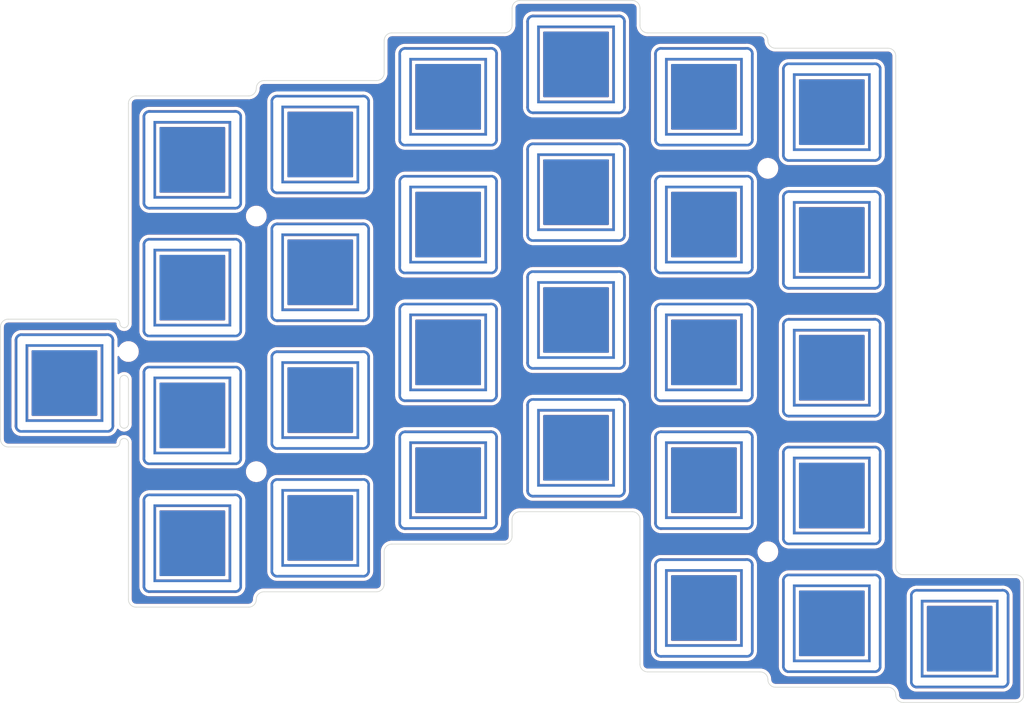
<source format=kicad_pcb>
(kicad_pcb (version 20210424) (generator pcbnew)
  (layers (0 "F.Cu" signal) (31 "B.Cu" signal) (34 "B.Paste" user) (35 "F.Paste" user) (36 "B.SilkS" user "B.Silkscreen") (37 "F.SilkS" user "F.Silkscreen") (38 "B.Mask" user) (39 "F.Mask" user) (44 "Edge.Cuts" user))
  (net 0 "")
  (footprint "jiran-ble-lite:Hole_Mount_M2" (layer "F.Cu") (at 184.277 73.66)
    (fp_text reference "H2" hide)
    (fp_text value "Hole_Mount_M2" hide)
    (pad "" np_thru_hole circle (at 0 0) (size 2.1 2.1) (drill 2.1) (layers *.Cu *.Mask))
  )
  (footprint "jiran-ble-lite:Mx_Cutout_1u" (layer "F.Cu") (at 193.802 122.428)
    (fp_text reference "REF**")
    (fp_text value "mx_cutout_1u")
    (pad "" thru_hole oval (at -6.4 0 270) (size 14.8 2) (drill oval 14 1.2) (layers *.Cu *.Mask))
    (pad "" thru_hole oval (at 6.4 -0.01 270) (size 14.8 2) (drill oval 14 1.2) (layers *.Cu *.Mask))
    (pad "" thru_hole oval (at 0 6.4) (size 14.8 2) (drill oval 14 1.2) (layers *.Cu *.Mask))
    (pad "" thru_hole oval (at 0 -6.4) (size 14.8 2) (drill oval 14 1.2) (layers *.Cu *.Mask))
  )
  (footprint "jiran-ble-lite:Mx_Cutout_1u" (layer "F.Cu") (at 117.602 108.204)
    (fp_text reference "REF**")
    (fp_text value "mx_cutout_1u")
    (pad "" thru_hole oval (at 0 -6.4) (size 14.8 2) (drill oval 14 1.2) (layers *.Cu *.Mask))
    (pad "" thru_hole oval (at 0 6.4) (size 14.8 2) (drill oval 14 1.2) (layers *.Cu *.Mask))
    (pad "" thru_hole oval (at 6.4 -0.01 270) (size 14.8 2) (drill oval 14 1.2) (layers *.Cu *.Mask))
    (pad "" thru_hole oval (at -6.4 0 270) (size 14.8 2) (drill oval 14 1.2) (layers *.Cu *.Mask))
  )
  (footprint "jiran-ble-lite:Mx_Cutout_1u" (layer "F.Cu") (at 136.652 120.142)
    (fp_text reference "REF**")
    (fp_text value "mx_cutout_1u")
    (pad "" thru_hole oval (at 0 -6.4) (size 14.8 2) (drill oval 14 1.2) (layers *.Cu *.Mask))
    (pad "" thru_hole oval (at 6.4 -0.01 270) (size 14.8 2) (drill oval 14 1.2) (layers *.Cu *.Mask))
    (pad "" thru_hole oval (at 0 6.4) (size 14.8 2) (drill oval 14 1.2) (layers *.Cu *.Mask))
    (pad "" thru_hole oval (at -6.4 0 270) (size 14.8 2) (drill oval 14 1.2) (layers *.Cu *.Mask))
  )
  (footprint "jiran-ble-lite:Hole_Mount_M4" (layer "F.Cu") (at 89.027 100.965)
    (fp_text reference "REF**" hide)
    (fp_text value "Hole_Mount_M4" hide)
  )
  (footprint "jiran-ble-lite:Mx_Cutout_1u" (layer "F.Cu") (at 174.752 120.142)
    (fp_text reference "REF**")
    (fp_text value "mx_cutout_1u")
    (pad "" thru_hole oval (at -6.4 0 270) (size 14.8 2) (drill oval 14 1.2) (layers *.Cu *.Mask))
    (pad "" thru_hole oval (at 6.4 -0.01 270) (size 14.8 2) (drill oval 14 1.2) (layers *.Cu *.Mask))
    (pad "" thru_hole oval (at 0 -6.4) (size 14.8 2) (drill oval 14 1.2) (layers *.Cu *.Mask))
    (pad "" thru_hole oval (at 0 6.4) (size 14.8 2) (drill oval 14 1.2) (layers *.Cu *.Mask))
  )
  (footprint "jiran-ble-lite:Mx_Cutout_1u" (layer "F.Cu") (at 174.752 62.992)
    (fp_text reference "REF**")
    (fp_text value "mx_cutout_1u")
    (pad "" thru_hole oval (at 6.4 -0.01 270) (size 14.8 2) (drill oval 14 1.2) (layers *.Cu *.Mask))
    (pad "" thru_hole oval (at -6.4 0 270) (size 14.8 2) (drill oval 14 1.2) (layers *.Cu *.Mask))
    (pad "" thru_hole oval (at 0 6.4) (size 14.8 2) (drill oval 14 1.2) (layers *.Cu *.Mask))
    (pad "" thru_hole oval (at 0 -6.4) (size 14.8 2) (drill oval 14 1.2) (layers *.Cu *.Mask))
  )
  (footprint "jiran-ble-lite:Mx_Cutout_1u" (layer "F.Cu") (at 155.702 58.166)
    (fp_text reference "REF**")
    (fp_text value "mx_cutout_1u")
    (pad "" thru_hole oval (at 0 -6.4) (size 14.8 2) (drill oval 14 1.2) (layers *.Cu *.Mask))
    (pad "" thru_hole oval (at 0 6.4) (size 14.8 2) (drill oval 14 1.2) (layers *.Cu *.Mask))
    (pad "" thru_hole oval (at 6.4 -0.01 270) (size 14.8 2) (drill oval 14 1.2) (layers *.Cu *.Mask))
    (pad "" thru_hole oval (at -6.4 0 270) (size 14.8 2) (drill oval 14 1.2) (layers *.Cu *.Mask))
  )
  (footprint "jiran-ble-lite:Mx_Cutout_1u" (layer "F.Cu") (at 155.702 115.316)
    (fp_text reference "REF**")
    (fp_text value "mx_cutout_1u")
    (pad "" thru_hole oval (at 0 -6.4) (size 14.8 2) (drill oval 14 1.2) (layers *.Cu *.Mask))
    (pad "" thru_hole oval (at 6.4 -0.01 270) (size 14.8 2) (drill oval 14 1.2) (layers *.Cu *.Mask))
    (pad "" thru_hole oval (at -6.4 0 270) (size 14.8 2) (drill oval 14 1.2) (layers *.Cu *.Mask))
    (pad "" thru_hole oval (at 0 6.4) (size 14.8 2) (drill oval 14 1.2) (layers *.Cu *.Mask))
  )
  (footprint "jiran-ble-lite:Mx_Cutout_1u" (layer "F.Cu") (at 98.552 72.39)
    (fp_text reference "REF**")
    (fp_text value "mx_cutout_1u")
    (pad "" thru_hole oval (at 6.4 -0.01 270) (size 14.8 2) (drill oval 14 1.2) (layers *.Cu *.Mask))
    (pad "" thru_hole oval (at 0 -6.4) (size 14.8 2) (drill oval 14 1.2) (layers *.Cu *.Mask))
    (pad "" thru_hole oval (at -6.4 0 270) (size 14.8 2) (drill oval 14 1.2) (layers *.Cu *.Mask))
    (pad "" thru_hole oval (at 0 6.4) (size 14.8 2) (drill oval 14 1.2) (layers *.Cu *.Mask))
  )
  (footprint "jiran-ble-lite:Mx_Cutout_1u" (layer "F.Cu") (at 98.552 110.49)
    (fp_text reference "REF**")
    (fp_text value "mx_cutout_1u")
    (pad "" thru_hole oval (at 0 -6.4) (size 14.8 2) (drill oval 14 1.2) (layers *.Cu *.Mask))
    (pad "" thru_hole oval (at 0 6.4) (size 14.8 2) (drill oval 14 1.2) (layers *.Cu *.Mask))
    (pad "" thru_hole oval (at -6.4 0 270) (size 14.8 2) (drill oval 14 1.2) (layers *.Cu *.Mask))
    (pad "" thru_hole oval (at 6.4 -0.01 270) (size 14.8 2) (drill oval 14 1.2) (layers *.Cu *.Mask))
  )
  (footprint "jiran-ble-lite:Mx_Cutout_1u" (layer "F.Cu") (at 117.602 127.254)
    (fp_text reference "REF**")
    (fp_text value "mx_cutout_1u")
    (pad "" thru_hole oval (at 6.4 -0.01 270) (size 14.8 2) (drill oval 14 1.2) (layers *.Cu *.Mask))
    (pad "" thru_hole oval (at 0 6.4) (size 14.8 2) (drill oval 14 1.2) (layers *.Cu *.Mask))
    (pad "" thru_hole oval (at 0 -6.4) (size 14.8 2) (drill oval 14 1.2) (layers *.Cu *.Mask))
    (pad "" thru_hole oval (at -6.4 0 270) (size 14.8 2) (drill oval 14 1.2) (layers *.Cu *.Mask))
  )
  (footprint "jiran-ble-lite:Mx_Cutout_1u" (layer "F.Cu") (at 174.752 82.042)
    (fp_text reference "REF**")
    (fp_text value "mx_cutout_1u")
    (pad "" thru_hole oval (at 0 6.4) (size 14.8 2) (drill oval 14 1.2) (layers *.Cu *.Mask))
    (pad "" thru_hole oval (at -6.4 0 270) (size 14.8 2) (drill oval 14 1.2) (layers *.Cu *.Mask))
    (pad "" thru_hole oval (at 6.4 -0.01 270) (size 14.8 2) (drill oval 14 1.2) (layers *.Cu *.Mask))
    (pad "" thru_hole oval (at 0 -6.4) (size 14.8 2) (drill oval 14 1.2) (layers *.Cu *.Mask))
  )
  (footprint "jiran-ble-lite:Hole_Mount_M2" (layer "F.Cu") (at 108.077 80.772)
    (fp_text reference "H3" hide)
    (fp_text value "Hole_Mount_M2" hide)
    (pad "" np_thru_hole circle (at 0 0) (size 2.1 2.1) (drill 2.1) (layers *.Cu *.Mask))
  )
  (footprint "jiran-ble-lite:Mx_Cutout_1u" (layer "F.Cu") (at 193.802 84.328)
    (fp_text reference "REF**")
    (fp_text value "mx_cutout_1u")
    (pad "" thru_hole oval (at 0 -6.4) (size 14.8 2) (drill oval 14 1.2) (layers *.Cu *.Mask))
    (pad "" thru_hole oval (at -6.4 0 270) (size 14.8 2) (drill oval 14 1.2) (layers *.Cu *.Mask))
    (pad "" thru_hole oval (at 0 6.4) (size 14.8 2) (drill oval 14 1.2) (layers *.Cu *.Mask))
    (pad "" thru_hole oval (at 6.4 -0.01 270) (size 14.8 2) (drill oval 14 1.2) (layers *.Cu *.Mask))
  )
  (footprint "jiran-ble-lite:Mx_Cutout_1u" (layer "F.Cu") (at 193.802 141.478)
    (fp_text reference "REF**")
    (fp_text value "mx_cutout_1u")
    (pad "" thru_hole oval (at 0 6.4) (size 14.8 2) (drill oval 14 1.2) (layers *.Cu *.Mask))
    (pad "" thru_hole oval (at -6.4 0 270) (size 14.8 2) (drill oval 14 1.2) (layers *.Cu *.Mask))
    (pad "" thru_hole oval (at 6.4 -0.01 270) (size 14.8 2) (drill oval 14 1.2) (layers *.Cu *.Mask))
    (pad "" thru_hole oval (at 0 -6.4) (size 14.8 2) (drill oval 14 1.2) (layers *.Cu *.Mask))
  )
  (footprint "jiran-ble-lite:Mx_Cutout_1u" (layer "F.Cu") (at 174.752 139.192)
    (fp_text reference "REF**")
    (fp_text value "mx_cutout_1u")
    (pad "" thru_hole oval (at 0 6.4) (size 14.8 2) (drill oval 14 1.2) (layers *.Cu *.Mask))
    (pad "" thru_hole oval (at -6.4 0 270) (size 14.8 2) (drill oval 14 1.2) (layers *.Cu *.Mask))
    (pad "" thru_hole oval (at 6.4 -0.01 270) (size 14.8 2) (drill oval 14 1.2) (layers *.Cu *.Mask))
    (pad "" thru_hole oval (at 0 -6.4) (size 14.8 2) (drill oval 14 1.2) (layers *.Cu *.Mask))
  )
  (footprint "jiran-ble-lite:Mx_Cutout_1u" (layer "F.Cu") (at 117.602 89.154)
    (fp_text reference "REF**")
    (fp_text value "mx_cutout_1u")
    (pad "" thru_hole oval (at 0 6.4) (size 14.8 2) (drill oval 14 1.2) (layers *.Cu *.Mask))
    (pad "" thru_hole oval (at 6.4 -0.01 270) (size 14.8 2) (drill oval 14 1.2) (layers *.Cu *.Mask))
    (pad "" thru_hole oval (at 0 -6.4) (size 14.8 2) (drill oval 14 1.2) (layers *.Cu *.Mask))
    (pad "" thru_hole oval (at -6.4 0 270) (size 14.8 2) (drill oval 14 1.2) (layers *.Cu *.Mask))
  )
  (footprint "jiran-ble-lite:Mx_Cutout_1u" (layer "F.Cu") (at 212.852 143.764)
    (fp_text reference "REF**")
    (fp_text value "mx_cutout_1u")
    (pad "" thru_hole oval (at 6.4 -0.01 270) (size 14.8 2) (drill oval 14 1.2) (layers *.Cu *.Mask))
    (pad "" thru_hole oval (at -6.4 0 270) (size 14.8 2) (drill oval 14 1.2) (layers *.Cu *.Mask))
    (pad "" thru_hole oval (at 0 -6.4) (size 14.8 2) (drill oval 14 1.2) (layers *.Cu *.Mask))
    (pad "" thru_hole oval (at 0 6.4) (size 14.8 2) (drill oval 14 1.2) (layers *.Cu *.Mask))
  )
  (footprint "jiran-ble-lite:Mx_Cutout_1u" (layer "F.Cu") (at 98.552 91.44)
    (fp_text reference "REF**")
    (fp_text value "mx_cutout_1u")
    (pad "" thru_hole oval (at 0 -6.4) (size 14.8 2) (drill oval 14 1.2) (layers *.Cu *.Mask))
    (pad "" thru_hole oval (at 6.4 -0.01 270) (size 14.8 2) (drill oval 14 1.2) (layers *.Cu *.Mask))
    (pad "" thru_hole oval (at 0 6.4) (size 14.8 2) (drill oval 14 1.2) (layers *.Cu *.Mask))
    (pad "" thru_hole oval (at -6.4 0 270) (size 14.8 2) (drill oval 14 1.2) (layers *.Cu *.Mask))
  )
  (footprint "jiran-ble-lite:Mx_Cutout_1u" (layer "F.Cu") (at 136.652 101.092)
    (fp_text reference "REF**")
    (fp_text value "mx_cutout_1u")
    (pad "" thru_hole oval (at 6.4 -0.01 270) (size 14.8 2) (drill oval 14 1.2) (layers *.Cu *.Mask))
    (pad "" thru_hole oval (at 0 6.4) (size 14.8 2) (drill oval 14 1.2) (layers *.Cu *.Mask))
    (pad "" thru_hole oval (at 0 -6.4) (size 14.8 2) (drill oval 14 1.2) (layers *.Cu *.Mask))
    (pad "" thru_hole oval (at -6.4 0 270) (size 14.8 2) (drill oval 14 1.2) (layers *.Cu *.Mask))
  )
  (footprint "jiran-ble-lite:Mx_Cutout_1u" (layer "F.Cu") (at 155.702 96.266)
    (fp_text reference "REF**")
    (fp_text value "mx_cutout_1u")
    (pad "" thru_hole oval (at -6.4 0 270) (size 14.8 2) (drill oval 14 1.2) (layers *.Cu *.Mask))
    (pad "" thru_hole oval (at 0 6.4) (size 14.8 2) (drill oval 14 1.2) (layers *.Cu *.Mask))
    (pad "" thru_hole oval (at 0 -6.4) (size 14.8 2) (drill oval 14 1.2) (layers *.Cu *.Mask))
    (pad "" thru_hole oval (at 6.4 -0.01 270) (size 14.8 2) (drill oval 14 1.2) (layers *.Cu *.Mask))
  )
  (footprint "jiran-ble-lite:Mx_Cutout_1u" (layer "F.Cu") (at 155.702 77.216)
    (fp_text reference "REF**")
    (fp_text value "mx_cutout_1u")
    (pad "" thru_hole oval (at 0 -6.4) (size 14.8 2) (drill oval 14 1.2) (layers *.Cu *.Mask))
    (pad "" thru_hole oval (at 0 6.4) (size 14.8 2) (drill oval 14 1.2) (layers *.Cu *.Mask))
    (pad "" thru_hole oval (at -6.4 0 270) (size 14.8 2) (drill oval 14 1.2) (layers *.Cu *.Mask))
    (pad "" thru_hole oval (at 6.4 -0.01 270) (size 14.8 2) (drill oval 14 1.2) (layers *.Cu *.Mask))
  )
  (footprint "jiran-ble-lite:Hole_Mount_M2" (layer "F.Cu") (at 108.077 118.872)
    (fp_text reference "H4" hide)
    (fp_text value "Hole_Mount_M2" hide)
    (pad "" np_thru_hole circle (at 0 0) (size 2.1 2.1) (drill 2.1) (layers *.Cu *.Mask))
  )
  (footprint "jiran-ble-lite:Mx_Cutout_1u" (layer "F.Cu") (at 193.802 65.278)
    (fp_text reference "REF**")
    (fp_text value "mx_cutout_1u")
    (pad "" thru_hole oval (at -6.4 0 270) (size 14.8 2) (drill oval 14 1.2) (layers *.Cu *.Mask))
    (pad "" thru_hole oval (at 0 -6.4) (size 14.8 2) (drill oval 14 1.2) (layers *.Cu *.Mask))
    (pad "" thru_hole oval (at 0 6.4) (size 14.8 2) (drill oval 14 1.2) (layers *.Cu *.Mask))
    (pad "" thru_hole oval (at 6.4 -0.01 270) (size 14.8 2) (drill oval 14 1.2) (layers *.Cu *.Mask))
  )
  (footprint "jiran-ble-lite:Mx_Cutout_1u" (layer "F.Cu") (at 136.652 82.042)
    (fp_text reference "REF**")
    (fp_text value "mx_cutout_1u")
    (pad "" thru_hole oval (at 6.4 -0.01 270) (size 14.8 2) (drill oval 14 1.2) (layers *.Cu *.Mask))
    (pad "" thru_hole oval (at 0 -6.4) (size 14.8 2) (drill oval 14 1.2) (layers *.Cu *.Mask))
    (pad "" thru_hole oval (at 0 6.4) (size 14.8 2) (drill oval 14 1.2) (layers *.Cu *.Mask))
    (pad "" thru_hole oval (at -6.4 0 270) (size 14.8 2) (drill oval 14 1.2) (layers *.Cu *.Mask))
  )
  (footprint "jiran-ble-lite:Mx_Cutout_1u" (layer "F.Cu") (at 174.752 101.092)
    (fp_text reference "REF**")
    (fp_text value "mx_cutout_1u")
    (pad "" thru_hole oval (at 6.4 -0.01 270) (size 14.8 2) (drill oval 14 1.2) (layers *.Cu *.Mask))
    (pad "" thru_hole oval (at -6.4 0 270) (size 14.8 2) (drill oval 14 1.2) (layers *.Cu *.Mask))
    (pad "" thru_hole oval (at 0 -6.4) (size 14.8 2) (drill oval 14 1.2) (layers *.Cu *.Mask))
    (pad "" thru_hole oval (at 0 6.4) (size 14.8 2) (drill oval 14 1.2) (layers *.Cu *.Mask))
  )
  (footprint "jiran-ble-lite:Mx_Cutout_1u" (layer "F.Cu") (at 79.502 105.664)
    (fp_text reference "REF**")
    (fp_text value "mx_cutout_1u")
    (pad "" thru_hole oval (at 0 -6.4) (size 14.8 2) (drill oval 14 1.2) (layers *.Cu *.Mask))
    (pad "" thru_hole oval (at -6.4 0 270) (size 14.8 2) (drill oval 14 1.2) (layers *.Cu *.Mask))
    (pad "" thru_hole oval (at 0 6.4) (size 14.8 2) (drill oval 14 1.2) (layers *.Cu *.Mask))
    (pad "" thru_hole oval (at 6.4 -0.01 270) (size 14.8 2) (drill oval 14 1.2) (layers *.Cu *.Mask))
  )
  (footprint "jiran-ble-lite:Hole_Mount_M2" (layer "F.Cu") (at 184.277 130.81)
    (fp_text reference "H1" hide)
    (fp_text value "Hole_Mount_M2" hide)
    (pad "" np_thru_hole circle (at 0 0) (size 2.1 2.1) (drill 2.1) (layers *.Cu *.Mask))
  )
  (footprint "jiran-ble-lite:Mx_Cutout_1u" (layer "F.Cu") (at 117.602 70.104)
    (fp_text reference "REF**")
    (fp_text value "mx_cutout_1u")
    (pad "" thru_hole oval (at 0 -6.4) (size 14.8 2) (drill oval 14 1.2) (layers *.Cu *.Mask))
    (pad "" thru_hole oval (at -6.4 0 270) (size 14.8 2) (drill oval 14 1.2) (layers *.Cu *.Mask))
    (pad "" thru_hole oval (at 6.4 -0.01 270) (size 14.8 2) (drill oval 14 1.2) (layers *.Cu *.Mask))
    (pad "" thru_hole oval (at 0 6.4) (size 14.8 2) (drill oval 14 1.2) (layers *.Cu *.Mask))
  )
  (footprint "jiran-ble-lite:Mx_Cutout_1u" (layer "F.Cu") (at 136.652 62.992)
    (fp_text reference "REF**")
    (fp_text value "mx_cutout_1u")
    (pad "" thru_hole oval (at 6.4 -0.01 270) (size 14.8 2) (drill oval 14 1.2) (layers *.Cu *.Mask))
    (pad "" thru_hole oval (at 0 -6.4) (size 14.8 2) (drill oval 14 1.2) (layers *.Cu *.Mask))
    (pad "" thru_hole oval (at 0 6.4) (size 14.8 2) (drill oval 14 1.2) (layers *.Cu *.Mask))
    (pad "" thru_hole oval (at -6.4 0 270) (size 14.8 2) (drill oval 14 1.2) (layers *.Cu *.Mask))
  )
  (footprint "jiran-ble-lite:Hole_Mount_M2" (layer "F.Cu") (at 89.027 100.965)
    (fp_text reference "H5" hide)
    (fp_text value "Hole_Mount_M2" hide)
    (pad "" np_thru_hole circle (at 0 0) (size 2.1 2.1) (drill 2.1) (layers *.Cu *.Mask))
  )
  (footprint "jiran-ble-lite:Mx_Cutout_1u" (layer "F.Cu") (at 98.552 129.54)
    (fp_text reference "REF**")
    (fp_text value "mx_cutout_1u")
    (pad "" thru_hole oval (at 0 6.4) (size 14.8 2) (drill oval 14 1.2) (layers *.Cu *.Mask))
    (pad "" thru_hole oval (at -6.4 0 270) (size 14.8 2) (drill oval 14 1.2) (layers *.Cu *.Mask))
    (pad "" thru_hole oval (at 6.4 -0.01 270) (size 14.8 2) (drill oval 14 1.2) (layers *.Cu *.Mask))
    (pad "" thru_hole oval (at 0 -6.4) (size 14.8 2) (drill oval 14 1.2) (layers *.Cu *.Mask))
  )
  (footprint "jiran-ble-lite:Mx_Cutout_1u" (layer "F.Cu") (at 193.802 103.378)
    (fp_text reference "REF**")
    (fp_text value "mx_cutout_1u")
    (pad "" thru_hole oval (at -6.4 0 270) (size 14.8 2) (drill oval 14 1.2) (layers *.Cu *.Mask))
    (pad "" thru_hole oval (at 6.4 -0.01 270) (size 14.8 2) (drill oval 14 1.2) (layers *.Cu *.Mask))
    (pad "" thru_hole oval (at 0 -6.4) (size 14.8 2) (drill oval 14 1.2) (layers *.Cu *.Mask))
    (pad "" thru_hole oval (at 0 6.4) (size 14.8 2) (drill oval 14 1.2) (layers *.Cu *.Mask))
  )
  (gr_line (start 165.227 49.784) (end 165.227 52.324) (layer "Edge.Cuts") (width 0.1))
  (gr_arc (start 125.984 59.436) (end 125.984 60.579) (angle -90) (layer "Edge.Cuts") (width 0.1))
  (gr_line (start 145.034 129.667) (end 128.27 129.667) (layer "Edge.Cuts") (width 0.1))
  (gr_line (start 109.22 60.579) (end 125.984 60.579) (layer "Edge.Cuts") (width 0.1))
  (gr_arc (start 166.37 147.574) (end 165.227 147.574) (angle -90) (layer "Edge.Cuts") (width 0.1))
  (gr_arc (start 88.392 105.156) (end 88.392 104.521004) (angle 90) (layer "Edge.Cuts") (width 0.1))
  (gr_arc (start 183.134 54.61) (end 184.277 54.61) (angle -90) (layer "Edge.Cuts") (width 0.1))
  (gr_arc (start 164.084 49.784) (end 165.227 49.784) (angle -90) (layer "Edge.Cuts") (width 0.1))
  (gr_line (start 127.127 130.81) (end 127.127 135.636) (layer "Edge.Cuts") (width 0.1))
  (gr_line (start 87.122 115.189) (end 71.12 115.189) (layer "Edge.Cuts") (width 0.1))
  (gr_line (start 221.234 153.289) (end 204.47 153.289) (layer "Edge.Cuts") (width 0.1))
  (gr_arc (start 202.184 152.146) (end 203.327 152.146) (angle -90) (layer "Edge.Cuts") (width 0.1))
  (gr_line (start 125.984 136.779) (end 109.22 136.779) (layer "Edge.Cuts") (width 0.1))
  (gr_line (start 128.27 53.467) (end 145.034 53.467) (layer "Edge.Cuts") (width 0.1))
  (gr_line (start 204.47 134.239) (end 221.234 134.239) (layer "Edge.Cuts") (width 0.1))
  (gr_line (start 185.42 55.753) (end 202.184 55.753) (layer "Edge.Cuts") (width 0.1))
  (gr_arc (start 128.27 130.81) (end 128.27 129.667) (angle -90) (layer "Edge.Cuts") (width 0.1))
  (gr_line (start 127.127 59.436) (end 127.127 54.61) (layer "Edge.Cuts") (width 0.1))
  (gr_line (start 89.026996 111.760004) (end 89.026996 105.156) (layer "Edge.Cuts") (width 0.1))
  (gr_line (start 183.134 148.717) (end 166.37 148.717) (layer "Edge.Cuts") (width 0.1))
  (gr_line (start 202.184 151.003) (end 185.42 151.003) (layer "Edge.Cuts") (width 0.1))
  (gr_arc (start 145.034 52.324) (end 145.034 53.467) (angle -90) (layer "Edge.Cuts") (width 0.1))
  (gr_arc (start 88.391991 114.554005) (end 88.391991 113.919009) (angle 90) (layer "Edge.Cuts") (width 0.1))
  (gr_arc (start 147.32 49.784) (end 147.32 48.641) (angle -90) (layer "Edge.Cuts") (width 0.1))
  (gr_line (start 166.37 53.467) (end 183.134 53.467) (layer "Edge.Cuts") (width 0.1))
  (gr_arc (start 88.392 111.760004) (end 89.026996 111.760004) (angle 90) (layer "Edge.Cuts") (width 0.1))
  (gr_arc (start 90.17 137.922) (end 89.027 137.922) (angle -90) (layer "Edge.Cuts") (width 0.1))
  (gr_line (start 69.977 114.046) (end 69.977 97.282) (layer "Edge.Cuts") (width 0.1))
  (gr_arc (start 185.42 149.86) (end 184.277 149.86) (angle -90) (layer "Edge.Cuts") (width 0.1))
  (gr_arc (start 202.184 56.896) (end 203.327 56.896) (angle -90) (layer "Edge.Cuts") (width 0.1))
  (gr_arc (start 88.391992 96.774) (end 88.391992 97.408996) (angle 90) (layer "Edge.Cuts") (width 0.1))
  (gr_arc (start 185.42 54.61) (end 184.277 54.61) (angle -90) (layer "Edge.Cuts") (width 0.1))
  (gr_line (start 146.177 125.984) (end 146.177 128.524) (layer "Edge.Cuts") (width 0.1))
  (gr_line (start 90.17 62.865) (end 106.934 62.865) (layer "Edge.Cuts") (width 0.1))
  (gr_line (start 146.177 52.324) (end 146.177 49.784) (layer "Edge.Cuts") (width 0.1))
  (gr_arc (start 183.134 149.86) (end 184.277 149.86) (angle -90) (layer "Edge.Cuts") (width 0.1))
  (gr_line (start 89.027 64.008) (end 89.026989 96.773999) (layer "Edge.Cuts") (width 0.1))
  (gr_arc (start 128.27 54.61) (end 128.27 53.467) (angle -90) (layer "Edge.Cuts") (width 0.1))
  (gr_arc (start 125.984 135.636) (end 125.984 136.779) (angle -90) (layer "Edge.Cuts") (width 0.1))
  (gr_arc (start 164.084 125.984) (end 165.227 125.984) (angle -90) (layer "Edge.Cuts") (width 0.1))
  (gr_line (start 222.377 135.382) (end 222.377 152.146) (layer "Edge.Cuts") (width 0.1))
  (gr_arc (start 109.22 61.722) (end 109.22 60.579) (angle -90) (layer "Edge.Cuts") (width 0.1))
  (gr_arc (start 71.12 114.046) (end 69.977 114.046) (angle -90) (layer "Edge.Cuts") (width 0.1))
  (gr_arc (start 147.32 125.984) (end 147.32 124.841) (angle -90) (layer "Edge.Cuts") (width 0.1))
  (gr_line (start 87.757004 105.156) (end 87.757004 111.760004) (layer "Edge.Cuts") (width 0.1))
  (gr_arc (start 106.934 137.922) (end 106.934 139.065) (angle -90) (layer "Edge.Cuts") (width 0.1))
  (gr_arc (start 109.22 137.922) (end 109.22 136.779) (angle -90) (layer "Edge.Cuts") (width 0.1))
  (gr_line (start 106.934 139.065) (end 90.17 139.065) (layer "Edge.Cuts") (width 0.1))
  (gr_arc (start 88.391993 96.773999) (end 89.026989 96.773999) (angle 90) (layer "Edge.Cuts") (width 0.1))
  (gr_arc (start 204.47 133.096) (end 203.327 133.096) (angle -90) (layer "Edge.Cuts") (width 0.1))
  (gr_line (start 147.32 48.641) (end 164.084 48.641) (layer "Edge.Cuts") (width 0.1))
  (gr_arc (start 221.234 135.382) (end 222.377 135.382) (angle -90) (layer "Edge.Cuts") (width 0.1))
  (gr_line (start 164.084 124.841) (end 147.32 124.841) (layer "Edge.Cuts") (width 0.1))
  (gr_arc (start 106.934 61.722) (end 106.934 62.865) (angle -90) (layer "Edge.Cuts") (width 0.1))
  (gr_arc (start 88.392 111.760004) (end 88.392 112.395) (angle 90) (layer "Edge.Cuts") (width 0.1))
  (gr_arc (start 88.391992 114.554004) (end 87.756996 114.554004) (angle 90) (layer "Edge.Cuts") (width 0.1))
  (gr_arc (start 145.034 128.524) (end 145.034 129.667) (angle -90) (layer "Edge.Cuts") (width 0.1))
  (gr_arc (start 166.37 52.324) (end 165.227 52.324) (angle -90) (layer "Edge.Cuts") (width 0.1))
  (gr_line (start 165.227 147.574) (end 165.227 125.984) (layer "Edge.Cuts") (width 0.1))
  (gr_arc (start 221.234 152.146) (end 221.234 153.289) (angle -90) (layer "Edge.Cuts") (width 0.1))
  (gr_arc (start 71.12 97.282) (end 71.12 96.139) (angle -90) (layer "Edge.Cuts") (width 0.1))
  (gr_arc (start 204.47 152.146) (end 203.327 152.146) (angle -90) (layer "Edge.Cuts") (width 0.1))
  (gr_arc (start 90.17 64.008) (end 90.17 62.865) (angle -90) (layer "Edge.Cuts") (width 0.1))
  (gr_line (start 71.12 96.139) (end 87.122 96.139004) (layer "Edge.Cuts") (width 0.1))
  (gr_arc (start 87.122 114.554004) (end 87.756996 114.554004) (angle 90) (layer "Edge.Cuts") (width 0.1))
  (gr_line (start 89.027 137.922) (end 89.026987 114.554005) (layer "Edge.Cuts") (width 0.1))
  (gr_arc (start 87.122 96.774) (end 87.122 96.139004) (angle 90) (layer "Edge.Cuts") (width 0.1))
  (gr_arc (start 88.392 105.156) (end 87.757004 105.156) (angle 90) (layer "Edge.Cuts") (width 0.1))
  (gr_line (start 203.327 56.896) (end 203.327 133.096) (layer "Edge.Cuts") (width 0.1))
  (zone (net 0) (net_name "") (layer "F.Cu") (connect_pads (clearance 0.508)) (min_thickness 0.254) (fill yes (thermal_gap 0.508) (thermal_bridge_width 0.508))
    (polygon (pts (xy 165.227 53.467) (xy 184.277 53.467) (xy 184.277 55.753) (xy 203.327 55.753) (xy 203.327 134.239) (xy 222.377 134.239) (xy 222.377 153.289) (xy 203.327 153.289) (xy 203.327 151.003) (xy 184.277 151.003) (xy 184.277 148.717) (xy 165.227 148.717) (xy 165.227 124.841) (xy 146.177 124.841) (xy 146.177 129.667) (xy 127.127 129.667) (xy 127.127 136.779) (xy 108.077 136.779) (xy 108.077 139.065) (xy 89.027 139.065) (xy 89.027 115.189) (xy 69.977 115.189) (xy 69.977 96.139) (xy 89.027 96.139) (xy 89.027 62.865) (xy 108.077 62.865) (xy 108.077 60.579) (xy 127.127 60.579) (xy 127.127 53.467) (xy 146.177 53.467) (xy 146.177 48.641) (xy 165.227 48.641)))
  )
  (zone (net 0) (net_name "") (layer "B.Cu") (connect_pads (clearance 0.508)) (min_thickness 0.254) (fill yes (thermal_gap 0.508) (thermal_bridge_width 0.508))
    (polygon (pts (xy 165.227 53.467) (xy 184.277 53.467) (xy 184.277 55.753) (xy 203.327 55.753) (xy 203.327 134.239) (xy 222.377 134.239) (xy 222.377 153.289) (xy 203.327 153.289) (xy 203.327 151.003) (xy 184.277 151.003) (xy 184.277 148.717) (xy 165.227 148.717) (xy 165.227 124.841) (xy 146.177 124.841) (xy 146.177 129.667) (xy 127.127 129.667) (xy 127.127 136.779) (xy 108.077 136.779) (xy 108.077 139.065) (xy 89.027 139.065) (xy 89.027 115.189) (xy 69.977 115.189) (xy 69.977 96.139) (xy 89.027 96.139) (xy 89.027 62.865) (xy 108.077 62.865) (xy 108.077 60.579) (xy 127.127 60.579) (xy 127.127 53.467) (xy 146.177 53.467) (xy 146.177 48.641) (xy 165.227 48.641)))
  )
)
</source>
